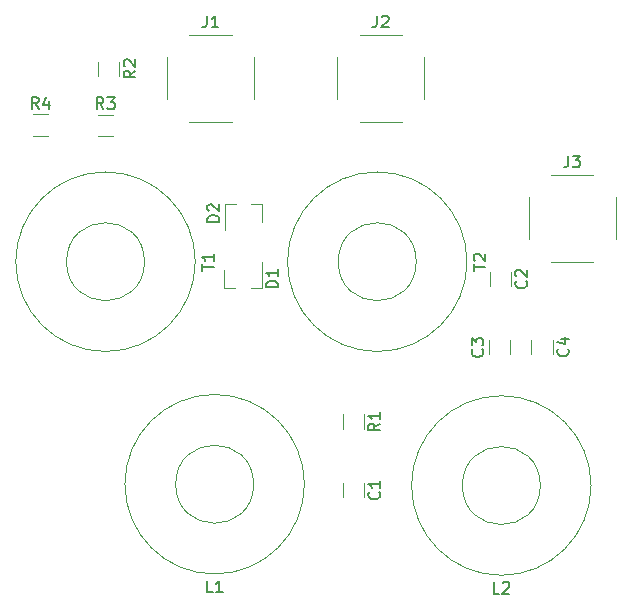
<source format=gbr>
G04 #@! TF.GenerationSoftware,KiCad,Pcbnew,(5.1.5)-3*
G04 #@! TF.CreationDate,2020-09-02T12:15:22+02:00*
G04 #@! TF.ProjectId,mixer,6d697865-722e-46b6-9963-61645f706362,rev?*
G04 #@! TF.SameCoordinates,Original*
G04 #@! TF.FileFunction,Legend,Top*
G04 #@! TF.FilePolarity,Positive*
%FSLAX46Y46*%
G04 Gerber Fmt 4.6, Leading zero omitted, Abs format (unit mm)*
G04 Created by KiCad (PCBNEW (5.1.5)-3) date 2020-09-02 12:15:22*
%MOMM*%
%LPD*%
G04 APERTURE LIST*
%ADD10C,0.120000*%
%ADD11C,0.150000*%
G04 APERTURE END LIST*
D10*
X62467936Y-83990000D02*
X63672064Y-83990000D01*
X62467936Y-82170000D02*
X63672064Y-82170000D01*
X67967936Y-84010000D02*
X69172064Y-84010000D01*
X67967936Y-82190000D02*
X69172064Y-82190000D01*
X67930000Y-77707936D02*
X67930000Y-78912064D01*
X69750000Y-77707936D02*
X69750000Y-78912064D01*
X104629540Y-101259556D02*
X104629540Y-102463684D01*
X106449540Y-101259556D02*
X106449540Y-102463684D01*
X102845280Y-102504324D02*
X102845280Y-101300196D01*
X101025280Y-102504324D02*
X101025280Y-101300196D01*
X90460240Y-113382976D02*
X90460240Y-114587104D01*
X88640240Y-113382976D02*
X88640240Y-114587104D01*
X101088780Y-95511536D02*
X101088780Y-96715664D01*
X102908780Y-95511536D02*
X102908780Y-96715664D01*
X78625580Y-96840580D02*
X79555580Y-96840580D01*
X81785580Y-96840580D02*
X80855580Y-96840580D01*
X81785580Y-96840580D02*
X81785580Y-94680580D01*
X78625580Y-96840580D02*
X78625580Y-95380580D01*
X81826220Y-89798620D02*
X81826220Y-91258620D01*
X78666220Y-89798620D02*
X78666220Y-91958620D01*
X78666220Y-89798620D02*
X79596220Y-89798620D01*
X81826220Y-89798620D02*
X80896220Y-89798620D01*
X73790000Y-77310000D02*
X73790000Y-80910000D01*
X81150000Y-77310000D02*
X81150000Y-80910000D01*
X75670000Y-82790000D02*
X79270000Y-82790000D01*
X75670000Y-75430000D02*
X79270000Y-75430000D01*
X90080000Y-75430000D02*
X93680000Y-75430000D01*
X90080000Y-82790000D02*
X93680000Y-82790000D01*
X95560000Y-77310000D02*
X95560000Y-80910000D01*
X88200000Y-77310000D02*
X88200000Y-80910000D01*
X104394460Y-89165020D02*
X104394460Y-92765020D01*
X111754460Y-89165020D02*
X111754460Y-92765020D01*
X106274460Y-94645020D02*
X109874460Y-94645020D01*
X106274460Y-87285020D02*
X109874460Y-87285020D01*
X81113900Y-113491020D02*
G75*
G03X81113900Y-113491020I-3300000J0D01*
G01*
X85413900Y-113491020D02*
G75*
G03X85413900Y-113491020I-7600000J0D01*
G01*
X109686140Y-113600240D02*
G75*
G03X109686140Y-113600240I-7600000J0D01*
G01*
X105386140Y-113600240D02*
G75*
G03X105386140Y-113600240I-3300000J0D01*
G01*
X90460240Y-107581616D02*
X90460240Y-108785744D01*
X88640240Y-107581616D02*
X88640240Y-108785744D01*
X71873660Y-94652100D02*
G75*
G03X71873660Y-94652100I-3300000J0D01*
G01*
X76173660Y-94652100D02*
G75*
G03X76173660Y-94652100I-7600000J0D01*
G01*
X99180980Y-94652100D02*
G75*
G03X99180980Y-94652100I-7600000J0D01*
G01*
X94880980Y-94652100D02*
G75*
G03X94880980Y-94652100I-3300000J0D01*
G01*
D11*
X62903333Y-81712380D02*
X62570000Y-81236190D01*
X62331904Y-81712380D02*
X62331904Y-80712380D01*
X62712857Y-80712380D01*
X62808095Y-80760000D01*
X62855714Y-80807619D01*
X62903333Y-80902857D01*
X62903333Y-81045714D01*
X62855714Y-81140952D01*
X62808095Y-81188571D01*
X62712857Y-81236190D01*
X62331904Y-81236190D01*
X63760476Y-81045714D02*
X63760476Y-81712380D01*
X63522380Y-80664761D02*
X63284285Y-81379047D01*
X63903333Y-81379047D01*
X68403333Y-81732380D02*
X68070000Y-81256190D01*
X67831904Y-81732380D02*
X67831904Y-80732380D01*
X68212857Y-80732380D01*
X68308095Y-80780000D01*
X68355714Y-80827619D01*
X68403333Y-80922857D01*
X68403333Y-81065714D01*
X68355714Y-81160952D01*
X68308095Y-81208571D01*
X68212857Y-81256190D01*
X67831904Y-81256190D01*
X68736666Y-80732380D02*
X69355714Y-80732380D01*
X69022380Y-81113333D01*
X69165238Y-81113333D01*
X69260476Y-81160952D01*
X69308095Y-81208571D01*
X69355714Y-81303809D01*
X69355714Y-81541904D01*
X69308095Y-81637142D01*
X69260476Y-81684761D01*
X69165238Y-81732380D01*
X68879523Y-81732380D01*
X68784285Y-81684761D01*
X68736666Y-81637142D01*
X71112380Y-78476666D02*
X70636190Y-78810000D01*
X71112380Y-79048095D02*
X70112380Y-79048095D01*
X70112380Y-78667142D01*
X70160000Y-78571904D01*
X70207619Y-78524285D01*
X70302857Y-78476666D01*
X70445714Y-78476666D01*
X70540952Y-78524285D01*
X70588571Y-78571904D01*
X70636190Y-78667142D01*
X70636190Y-79048095D01*
X70207619Y-78095714D02*
X70160000Y-78048095D01*
X70112380Y-77952857D01*
X70112380Y-77714761D01*
X70160000Y-77619523D01*
X70207619Y-77571904D01*
X70302857Y-77524285D01*
X70398095Y-77524285D01*
X70540952Y-77571904D01*
X71112380Y-78143333D01*
X71112380Y-77524285D01*
X107716682Y-102028286D02*
X107764301Y-102075905D01*
X107811920Y-102218762D01*
X107811920Y-102314000D01*
X107764301Y-102456858D01*
X107669063Y-102552096D01*
X107573825Y-102599715D01*
X107383349Y-102647334D01*
X107240492Y-102647334D01*
X107050016Y-102599715D01*
X106954778Y-102552096D01*
X106859540Y-102456858D01*
X106811920Y-102314000D01*
X106811920Y-102218762D01*
X106859540Y-102075905D01*
X106907159Y-102028286D01*
X107145254Y-101171143D02*
X107811920Y-101171143D01*
X106764301Y-101409239D02*
X107478587Y-101647334D01*
X107478587Y-101028286D01*
X100472422Y-102068926D02*
X100520041Y-102116545D01*
X100567660Y-102259402D01*
X100567660Y-102354640D01*
X100520041Y-102497498D01*
X100424803Y-102592736D01*
X100329565Y-102640355D01*
X100139089Y-102687974D01*
X99996232Y-102687974D01*
X99805756Y-102640355D01*
X99710518Y-102592736D01*
X99615280Y-102497498D01*
X99567660Y-102354640D01*
X99567660Y-102259402D01*
X99615280Y-102116545D01*
X99662899Y-102068926D01*
X99567660Y-101735593D02*
X99567660Y-101116545D01*
X99948613Y-101449879D01*
X99948613Y-101307021D01*
X99996232Y-101211783D01*
X100043851Y-101164164D01*
X100139089Y-101116545D01*
X100377184Y-101116545D01*
X100472422Y-101164164D01*
X100520041Y-101211783D01*
X100567660Y-101307021D01*
X100567660Y-101592736D01*
X100520041Y-101687974D01*
X100472422Y-101735593D01*
X91727382Y-114151706D02*
X91775001Y-114199325D01*
X91822620Y-114342182D01*
X91822620Y-114437420D01*
X91775001Y-114580278D01*
X91679763Y-114675516D01*
X91584525Y-114723135D01*
X91394049Y-114770754D01*
X91251192Y-114770754D01*
X91060716Y-114723135D01*
X90965478Y-114675516D01*
X90870240Y-114580278D01*
X90822620Y-114437420D01*
X90822620Y-114342182D01*
X90870240Y-114199325D01*
X90917859Y-114151706D01*
X91822620Y-113199325D02*
X91822620Y-113770754D01*
X91822620Y-113485040D02*
X90822620Y-113485040D01*
X90965478Y-113580278D01*
X91060716Y-113675516D01*
X91108335Y-113770754D01*
X104175922Y-96280266D02*
X104223541Y-96327885D01*
X104271160Y-96470742D01*
X104271160Y-96565980D01*
X104223541Y-96708838D01*
X104128303Y-96804076D01*
X104033065Y-96851695D01*
X103842589Y-96899314D01*
X103699732Y-96899314D01*
X103509256Y-96851695D01*
X103414018Y-96804076D01*
X103318780Y-96708838D01*
X103271160Y-96565980D01*
X103271160Y-96470742D01*
X103318780Y-96327885D01*
X103366399Y-96280266D01*
X103366399Y-95899314D02*
X103318780Y-95851695D01*
X103271160Y-95756457D01*
X103271160Y-95518361D01*
X103318780Y-95423123D01*
X103366399Y-95375504D01*
X103461637Y-95327885D01*
X103556875Y-95327885D01*
X103699732Y-95375504D01*
X104271160Y-95946933D01*
X104271160Y-95327885D01*
X83157960Y-96818675D02*
X82157960Y-96818675D01*
X82157960Y-96580580D01*
X82205580Y-96437722D01*
X82300818Y-96342484D01*
X82396056Y-96294865D01*
X82586532Y-96247246D01*
X82729389Y-96247246D01*
X82919865Y-96294865D01*
X83015103Y-96342484D01*
X83110341Y-96437722D01*
X83157960Y-96580580D01*
X83157960Y-96818675D01*
X83157960Y-95294865D02*
X83157960Y-95866294D01*
X83157960Y-95580580D02*
X82157960Y-95580580D01*
X82300818Y-95675818D01*
X82396056Y-95771056D01*
X82443675Y-95866294D01*
X78198600Y-91296715D02*
X77198600Y-91296715D01*
X77198600Y-91058620D01*
X77246220Y-90915762D01*
X77341458Y-90820524D01*
X77436696Y-90772905D01*
X77627172Y-90725286D01*
X77770029Y-90725286D01*
X77960505Y-90772905D01*
X78055743Y-90820524D01*
X78150981Y-90915762D01*
X78198600Y-91058620D01*
X78198600Y-91296715D01*
X77293839Y-90344334D02*
X77246220Y-90296715D01*
X77198600Y-90201477D01*
X77198600Y-89963381D01*
X77246220Y-89868143D01*
X77293839Y-89820524D01*
X77389077Y-89772905D01*
X77484315Y-89772905D01*
X77627172Y-89820524D01*
X78198600Y-90391953D01*
X78198600Y-89772905D01*
X77136666Y-73812380D02*
X77136666Y-74526666D01*
X77089047Y-74669523D01*
X76993809Y-74764761D01*
X76850952Y-74812380D01*
X76755714Y-74812380D01*
X78136666Y-74812380D02*
X77565238Y-74812380D01*
X77850952Y-74812380D02*
X77850952Y-73812380D01*
X77755714Y-73955238D01*
X77660476Y-74050476D01*
X77565238Y-74098095D01*
X91546666Y-73812380D02*
X91546666Y-74526666D01*
X91499047Y-74669523D01*
X91403809Y-74764761D01*
X91260952Y-74812380D01*
X91165714Y-74812380D01*
X91975238Y-73907619D02*
X92022857Y-73860000D01*
X92118095Y-73812380D01*
X92356190Y-73812380D01*
X92451428Y-73860000D01*
X92499047Y-73907619D01*
X92546666Y-74002857D01*
X92546666Y-74098095D01*
X92499047Y-74240952D01*
X91927619Y-74812380D01*
X92546666Y-74812380D01*
X107741126Y-85667400D02*
X107741126Y-86381686D01*
X107693507Y-86524543D01*
X107598269Y-86619781D01*
X107455412Y-86667400D01*
X107360174Y-86667400D01*
X108122079Y-85667400D02*
X108741126Y-85667400D01*
X108407793Y-86048353D01*
X108550650Y-86048353D01*
X108645888Y-86095972D01*
X108693507Y-86143591D01*
X108741126Y-86238829D01*
X108741126Y-86476924D01*
X108693507Y-86572162D01*
X108645888Y-86619781D01*
X108550650Y-86667400D01*
X108264936Y-86667400D01*
X108169698Y-86619781D01*
X108122079Y-86572162D01*
X77647233Y-122643400D02*
X77171042Y-122643400D01*
X77171042Y-121643400D01*
X78504376Y-122643400D02*
X77932947Y-122643400D01*
X78218661Y-122643400D02*
X78218661Y-121643400D01*
X78123423Y-121786258D01*
X78028185Y-121881496D01*
X77932947Y-121929115D01*
X101919473Y-122752620D02*
X101443282Y-122752620D01*
X101443282Y-121752620D01*
X102205187Y-121847859D02*
X102252806Y-121800240D01*
X102348044Y-121752620D01*
X102586140Y-121752620D01*
X102681378Y-121800240D01*
X102728997Y-121847859D01*
X102776616Y-121943097D01*
X102776616Y-122038335D01*
X102728997Y-122181192D01*
X102157568Y-122752620D01*
X102776616Y-122752620D01*
X91822620Y-108350346D02*
X91346430Y-108683680D01*
X91822620Y-108921775D02*
X90822620Y-108921775D01*
X90822620Y-108540822D01*
X90870240Y-108445584D01*
X90917859Y-108397965D01*
X91013097Y-108350346D01*
X91155954Y-108350346D01*
X91251192Y-108397965D01*
X91298811Y-108445584D01*
X91346430Y-108540822D01*
X91346430Y-108921775D01*
X91822620Y-107397965D02*
X91822620Y-107969394D01*
X91822620Y-107683680D02*
X90822620Y-107683680D01*
X90965478Y-107778918D01*
X91060716Y-107874156D01*
X91108335Y-107969394D01*
X76726040Y-95414004D02*
X76726040Y-94842576D01*
X77726040Y-95128290D02*
X76726040Y-95128290D01*
X77726040Y-93985433D02*
X77726040Y-94556861D01*
X77726040Y-94271147D02*
X76726040Y-94271147D01*
X76868898Y-94366385D01*
X76964136Y-94461623D01*
X77011755Y-94556861D01*
X99733360Y-95414004D02*
X99733360Y-94842576D01*
X100733360Y-95128290D02*
X99733360Y-95128290D01*
X99828599Y-94556861D02*
X99780980Y-94509242D01*
X99733360Y-94414004D01*
X99733360Y-94175909D01*
X99780980Y-94080671D01*
X99828599Y-94033052D01*
X99923837Y-93985433D01*
X100019075Y-93985433D01*
X100161932Y-94033052D01*
X100733360Y-94604480D01*
X100733360Y-93985433D01*
M02*

</source>
